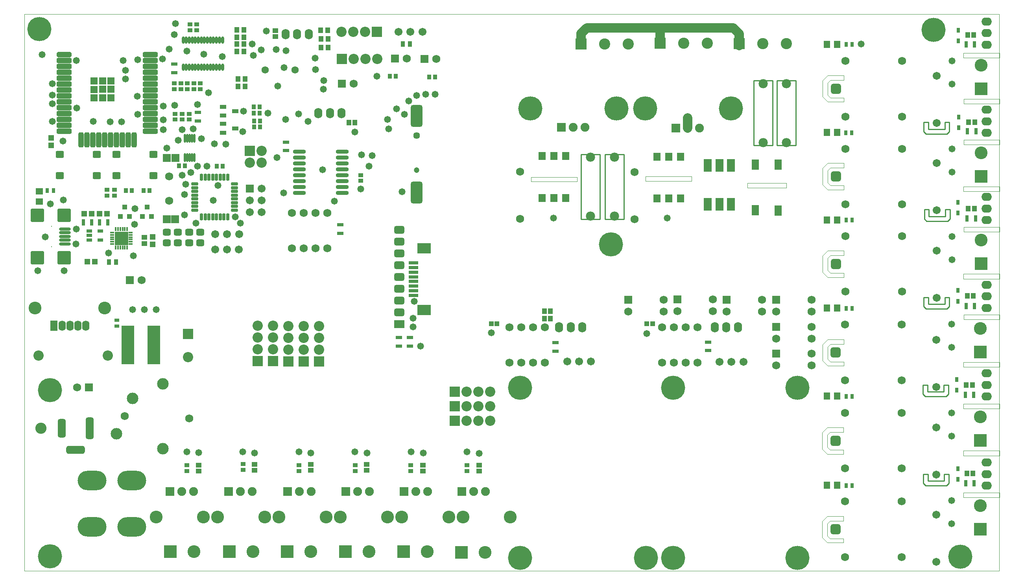
<source format=gts>
G04*
G04 #@! TF.GenerationSoftware,Altium Limited,CircuitMaker,2.2.1 (2.2.1.6)*
G04*
G04 Layer_Color=20142*
%FSLAX24Y24*%
%MOIN*%
G70*
G04*
G04 #@! TF.SameCoordinates,A2895FC5-3AE1-40D1-BB98-85C0BD90A9E4*
G04*
G04*
G04 #@! TF.FilePolarity,Negative*
G04*
G01*
G75*
%ADD10C,0.0100*%
%ADD20C,0.0600*%
%ADD23C,0.0010*%
%ADD24C,0.0001*%
%ADD25R,0.0592X0.0671*%
%ADD26R,0.0415X0.0356*%
G04:AMPARAMS|DCode=27|XSize=69mil|YSize=59.2mil|CornerRadius=10.4mil|HoleSize=0mil|Usage=FLASHONLY|Rotation=180.000|XOffset=0mil|YOffset=0mil|HoleType=Round|Shape=RoundedRectangle|*
%AMROUNDEDRECTD27*
21,1,0.0690,0.0384,0,0,180.0*
21,1,0.0482,0.0592,0,0,180.0*
1,1,0.0208,-0.0241,0.0192*
1,1,0.0208,0.0241,0.0192*
1,1,0.0208,0.0241,-0.0192*
1,1,0.0208,-0.0241,-0.0192*
%
%ADD27ROUNDEDRECTD27*%
%ADD28R,0.0474X0.0454*%
%ADD29O,0.0356X0.0159*%
%ADD30O,0.0159X0.0356*%
%ADD31R,0.1135X0.1135*%
%ADD32R,0.0572X0.0316*%
%ADD33R,0.0533X0.0592*%
%ADD34R,0.0316X0.0395*%
%ADD35R,0.0316X0.0572*%
%ADD36R,0.0277X0.0415*%
%ADD37R,0.0434X0.0474*%
%ADD38R,0.0828X0.0316*%
%ADD39R,0.1182X0.0907*%
%ADD40R,0.0395X0.0434*%
%ADD41R,0.0474X0.0434*%
G04:AMPARAMS|DCode=42|XSize=43.4mil|YSize=128.7mil|CornerRadius=12.9mil|HoleSize=0mil|Usage=FLASHONLY|Rotation=0.000|XOffset=0mil|YOffset=0mil|HoleType=Round|Shape=RoundedRectangle|*
%AMROUNDEDRECTD42*
21,1,0.0434,0.1030,0,0,0.0*
21,1,0.0177,0.1287,0,0,0.0*
1,1,0.0257,0.0089,-0.0515*
1,1,0.0257,-0.0089,-0.0515*
1,1,0.0257,-0.0089,0.0515*
1,1,0.0257,0.0089,0.0515*
%
%ADD42ROUNDEDRECTD42*%
G04:AMPARAMS|DCode=43|XSize=43.4mil|YSize=128.7mil|CornerRadius=12.9mil|HoleSize=0mil|Usage=FLASHONLY|Rotation=90.000|XOffset=0mil|YOffset=0mil|HoleType=Round|Shape=RoundedRectangle|*
%AMROUNDEDRECTD43*
21,1,0.0434,0.1030,0,0,90.0*
21,1,0.0177,0.1287,0,0,90.0*
1,1,0.0257,0.0515,0.0089*
1,1,0.0257,0.0515,-0.0089*
1,1,0.0257,-0.0515,-0.0089*
1,1,0.0257,-0.0515,0.0089*
%
%ADD43ROUNDEDRECTD43*%
G04:AMPARAMS|DCode=44|XSize=43.4mil|YSize=128.7mil|CornerRadius=0mil|HoleSize=0mil|Usage=FLASHONLY|Rotation=90.000|XOffset=0mil|YOffset=0mil|HoleType=Round|Shape=Octagon|*
%AMOCTAGOND44*
4,1,8,-0.0644,-0.0109,-0.0644,0.0109,-0.0535,0.0217,0.0535,0.0217,0.0644,0.0109,0.0644,-0.0109,0.0535,-0.0217,-0.0535,-0.0217,-0.0644,-0.0109,0.0*
%
%ADD44OCTAGOND44*%

%ADD45R,0.0604X0.0604*%
%ADD46O,0.1104X0.0356*%
%ADD47R,0.0356X0.0415*%
%ADD48R,0.0454X0.0474*%
%ADD49R,0.0454X0.0395*%
%ADD50R,0.0592X0.0533*%
G04:AMPARAMS|DCode=51|XSize=114.3mil|YSize=114.3mil|CornerRadius=12mil|HoleSize=0mil|Usage=FLASHONLY|Rotation=90.000|XOffset=0mil|YOffset=0mil|HoleType=Round|Shape=RoundedRectangle|*
%AMROUNDEDRECTD51*
21,1,0.1143,0.0904,0,0,90.0*
21,1,0.0904,0.1143,0,0,90.0*
1,1,0.0239,0.0452,0.0452*
1,1,0.0239,0.0452,-0.0452*
1,1,0.0239,-0.0452,-0.0452*
1,1,0.0239,-0.0452,0.0452*
%
%ADD51ROUNDEDRECTD51*%
%ADD52O,0.0986X0.0277*%
%ADD53R,0.0380X0.0480*%
%ADD54R,0.0480X0.0300*%
%ADD55R,0.0395X0.0434*%
%ADD56R,0.0631X0.0860*%
%ADD57O,0.0237X0.0611*%
%ADD58R,0.0395X0.0474*%
%ADD59R,0.1104X0.3308*%
G04:AMPARAMS|DCode=60|XSize=98.6mil|YSize=185.2mil|CornerRadius=17.6mil|HoleSize=0mil|Usage=FLASHONLY|Rotation=180.000|XOffset=0mil|YOffset=0mil|HoleType=Round|Shape=RoundedRectangle|*
%AMROUNDEDRECTD60*
21,1,0.0986,0.1500,0,0,180.0*
21,1,0.0634,0.1852,0,0,180.0*
1,1,0.0352,-0.0317,0.0750*
1,1,0.0352,0.0317,0.0750*
1,1,0.0352,0.0317,-0.0750*
1,1,0.0352,-0.0317,-0.0750*
%
%ADD60ROUNDEDRECTD60*%
%ADD61R,0.0395X0.0316*%
%ADD62R,0.0671X0.0690*%
%ADD63R,0.0552X0.0336*%
%ADD64O,0.0198X0.0749*%
G04:AMPARAMS|DCode=65|XSize=28mil|YSize=58mil|CornerRadius=9mil|HoleSize=0mil|Usage=FLASHONLY|Rotation=0.000|XOffset=0mil|YOffset=0mil|HoleType=Round|Shape=RoundedRectangle|*
%AMROUNDEDRECTD65*
21,1,0.0280,0.0400,0,0,0.0*
21,1,0.0100,0.0580,0,0,0.0*
1,1,0.0180,0.0050,-0.0200*
1,1,0.0180,-0.0050,-0.0200*
1,1,0.0180,-0.0050,0.0200*
1,1,0.0180,0.0050,0.0200*
%
%ADD65ROUNDEDRECTD65*%
G04:AMPARAMS|DCode=66|XSize=58mil|YSize=28mil|CornerRadius=9mil|HoleSize=0mil|Usage=FLASHONLY|Rotation=0.000|XOffset=0mil|YOffset=0mil|HoleType=Round|Shape=RoundedRectangle|*
%AMROUNDEDRECTD66*
21,1,0.0580,0.0100,0,0,0.0*
21,1,0.0400,0.0280,0,0,0.0*
1,1,0.0180,0.0200,-0.0050*
1,1,0.0180,-0.0200,-0.0050*
1,1,0.0180,-0.0200,0.0050*
1,1,0.0180,0.0200,0.0050*
%
%ADD66ROUNDEDRECTD66*%
G04:AMPARAMS|DCode=67|XSize=69mil|YSize=59.2mil|CornerRadius=16.8mil|HoleSize=0mil|Usage=FLASHONLY|Rotation=180.000|XOffset=0mil|YOffset=0mil|HoleType=Round|Shape=RoundedRectangle|*
%AMROUNDEDRECTD67*
21,1,0.0690,0.0256,0,0,180.0*
21,1,0.0354,0.0592,0,0,180.0*
1,1,0.0336,-0.0177,0.0128*
1,1,0.0336,0.0177,0.0128*
1,1,0.0336,0.0177,-0.0128*
1,1,0.0336,-0.0177,-0.0128*
%
%ADD67ROUNDEDRECTD67*%
%ADD68C,0.0800*%
%ADD69R,0.0709X0.1102*%
%ADD70C,0.0680*%
G04:AMPARAMS|DCode=71|XSize=88mil|YSize=88mil|CornerRadius=24mil|HoleSize=0mil|Usage=FLASHONLY|Rotation=0.000|XOffset=0mil|YOffset=0mil|HoleType=Round|Shape=RoundedRectangle|*
%AMROUNDEDRECTD71*
21,1,0.0880,0.0400,0,0,0.0*
21,1,0.0400,0.0880,0,0,0.0*
1,1,0.0480,0.0200,-0.0200*
1,1,0.0480,-0.0200,-0.0200*
1,1,0.0480,-0.0200,0.0200*
1,1,0.0480,0.0200,0.0200*
%
%ADD71ROUNDEDRECTD71*%
%ADD72C,0.1080*%
%ADD73R,0.1080X0.1080*%
%ADD74O,0.0880X0.0680*%
%ADD75R,0.0867X0.0867*%
%ADD76C,0.0867*%
%ADD77C,0.0580*%
%ADD78C,0.0671*%
%ADD79R,0.0680X0.0680*%
%ADD80C,0.0780*%
%ADD81O,0.0680X0.0880*%
%ADD82C,0.0946*%
%ADD83R,0.0946X0.0946*%
%ADD84C,0.0749*%
%ADD85R,0.0749X0.0749*%
%ADD86C,0.0079*%
G04:AMPARAMS|DCode=87|XSize=68mil|YSize=88mil|CornerRadius=19mil|HoleSize=0mil|Usage=FLASHONLY|Rotation=90.000|XOffset=0mil|YOffset=0mil|HoleType=Round|Shape=RoundedRectangle|*
%AMROUNDEDRECTD87*
21,1,0.0680,0.0500,0,0,90.0*
21,1,0.0300,0.0880,0,0,90.0*
1,1,0.0380,0.0250,0.0150*
1,1,0.0380,0.0250,-0.0150*
1,1,0.0380,-0.0250,-0.0150*
1,1,0.0380,-0.0250,0.0150*
%
%ADD87ROUNDEDRECTD87*%
%ADD88R,0.0880X0.0680*%
%ADD89O,0.2442X0.1655*%
%ADD90C,0.0640*%
%ADD91R,0.0640X0.0640*%
%ADD92C,0.0980*%
%ADD93C,0.0472*%
%ADD94C,0.0571*%
%ADD95R,0.0867X0.0867*%
%ADD96O,0.0631X0.0867*%
%ADD97R,0.0631X0.0867*%
%ADD98R,0.1080X0.1080*%
%ADD99C,0.0620*%
%ADD100C,0.0950*%
G04:AMPARAMS|DCode=101|XSize=157.6mil|YSize=68mil|CornerRadius=19mil|HoleSize=0mil|Usage=FLASHONLY|Rotation=180.000|XOffset=0mil|YOffset=0mil|HoleType=Round|Shape=RoundedRectangle|*
%AMROUNDEDRECTD101*
21,1,0.1576,0.0300,0,0,180.0*
21,1,0.1196,0.0680,0,0,180.0*
1,1,0.0380,-0.0598,0.0150*
1,1,0.0380,0.0598,0.0150*
1,1,0.0380,0.0598,-0.0150*
1,1,0.0380,-0.0598,-0.0150*
%
%ADD101ROUNDEDRECTD101*%
G04:AMPARAMS|DCode=102|XSize=157.6mil|YSize=68mil|CornerRadius=19mil|HoleSize=0mil|Usage=FLASHONLY|Rotation=90.000|XOffset=0mil|YOffset=0mil|HoleType=Round|Shape=RoundedRectangle|*
%AMROUNDEDRECTD102*
21,1,0.1576,0.0300,0,0,90.0*
21,1,0.1196,0.0680,0,0,90.0*
1,1,0.0380,0.0150,0.0598*
1,1,0.0380,0.0150,-0.0598*
1,1,0.0380,-0.0150,-0.0598*
1,1,0.0380,-0.0150,0.0598*
%
%ADD102ROUNDEDRECTD102*%
G04:AMPARAMS|DCode=103|XSize=185.2mil|YSize=68mil|CornerRadius=19mil|HoleSize=0mil|Usage=FLASHONLY|Rotation=90.000|XOffset=0mil|YOffset=0mil|HoleType=Round|Shape=RoundedRectangle|*
%AMROUNDEDRECTD103*
21,1,0.1852,0.0300,0,0,90.0*
21,1,0.1472,0.0680,0,0,90.0*
1,1,0.0380,0.0150,0.0736*
1,1,0.0380,0.0150,-0.0736*
1,1,0.0380,-0.0150,-0.0736*
1,1,0.0380,-0.0150,0.0736*
%
%ADD103ROUNDEDRECTD103*%
%ADD104R,0.0671X0.0671*%
%ADD105C,0.0277*%
%ADD106C,0.2049*%
D10*
X73255Y46108D02*
Y51608D01*
Y46108D02*
X74855D01*
Y51608D01*
X73255D02*
X74855D01*
X71287Y46108D02*
Y51608D01*
Y46108D02*
X72887D01*
Y51608D01*
X71287D02*
X72887D01*
X58259Y39853D02*
Y45353D01*
X56659D02*
X58259D01*
X56659Y39853D02*
Y45353D01*
Y39853D02*
X58259D01*
X60309D02*
Y45353D01*
X58709D02*
X60309D01*
X58709Y39853D02*
Y45353D01*
Y39853D02*
X60309D01*
X87677Y32244D02*
X87874Y32441D01*
Y33228D01*
X87480Y32638D02*
Y33228D01*
X85906Y32244D02*
X87677D01*
X86102Y32638D02*
X87480D01*
X86102Y47480D02*
Y48071D01*
X87677Y47087D02*
X87874Y47283D01*
Y48071D01*
X87480Y47480D02*
Y48071D01*
X85709Y47283D02*
Y48071D01*
Y47283D02*
X85906Y47087D01*
X86102Y47480D02*
X87480D01*
X85906Y47087D02*
X87677D01*
X85709Y48071D02*
X86102D01*
X87480D02*
X87874D01*
X86142Y40079D02*
Y40669D01*
X87717Y39685D02*
X87913Y39882D01*
Y40669D01*
X87520Y40079D02*
Y40669D01*
X85748Y39882D02*
Y40669D01*
Y39882D02*
X85945Y39685D01*
X86142Y40079D02*
X87520D01*
X85945Y39685D02*
X87717D01*
X85748Y40669D02*
X86142D01*
X87520D02*
X87913D01*
X86102Y32638D02*
Y33228D01*
X85709Y32441D02*
Y33228D01*
Y32441D02*
X85906Y32244D01*
X85709Y33228D02*
X86102D01*
X87480D02*
X87874D01*
X86063Y17638D02*
Y18228D01*
X87638Y17244D02*
X87835Y17441D01*
Y18228D01*
X87441Y17638D02*
Y18228D01*
X85669Y17441D02*
Y18228D01*
Y17441D02*
X85866Y17244D01*
X86063Y17638D02*
X87441D01*
X85866Y17244D02*
X87638D01*
X85669Y18228D02*
X86063D01*
X87441D02*
X87835D01*
X87795Y25787D02*
X87795Y25787D01*
X87402Y25787D02*
X87795D01*
X86024Y25197D02*
Y25787D01*
X87598Y24803D02*
X87795Y25000D01*
Y25787D01*
X87402Y25197D02*
Y25787D01*
X85630D02*
X86024D01*
X85630Y25000D02*
Y25787D01*
Y25000D02*
X85827Y24803D01*
X86024Y25197D02*
X87402D01*
X85827Y24803D02*
X87598D01*
D20*
X65702Y48443D02*
X65702Y48443D01*
D23*
X92087Y10006D02*
Y57250D01*
X42047Y10000D02*
X92087D01*
X9500Y57250D02*
X92087D01*
X9500Y10000D02*
Y57250D01*
Y10000D02*
Y57250D01*
Y10000D02*
X42900D01*
X77559Y52047D02*
X78937D01*
X77126Y51614D02*
X77559Y52047D01*
X77126Y50236D02*
Y51614D01*
Y50236D02*
X77559Y49803D01*
X78937D01*
Y50157D01*
X77795D02*
X78937D01*
X77559Y50394D02*
X77795Y50157D01*
X77559Y50394D02*
Y51417D01*
X77795Y51654D01*
X78937D01*
Y52047D01*
X77559Y44606D02*
X78937D01*
X77126Y44173D02*
X77559Y44606D01*
X77126Y42795D02*
Y44173D01*
Y42795D02*
X77559Y42362D01*
X78937D01*
Y42717D01*
X77795D02*
X78937D01*
X77559Y42953D02*
X77795Y42717D01*
X77559Y42953D02*
Y43976D01*
X77795Y44213D01*
X78937D01*
Y44606D01*
X77559Y37165D02*
X78937D01*
X77126Y36732D02*
X77559Y37165D01*
X77126Y35354D02*
Y36732D01*
Y35354D02*
X77559Y34921D01*
X78937D01*
Y35276D01*
X77795D02*
X78937D01*
X77559Y35512D02*
X77795Y35276D01*
X77559Y35512D02*
Y36535D01*
X77795Y36772D01*
X78937D01*
Y37165D01*
X77559Y29646D02*
X78937D01*
X77126Y29213D02*
X77559Y29646D01*
X77126Y27835D02*
Y29213D01*
Y27835D02*
X77559Y27402D01*
X78937D01*
Y27756D01*
X77795D02*
X78937D01*
X77559Y27992D02*
X77795Y27756D01*
X77559Y27992D02*
Y29016D01*
X77795Y29252D01*
X78937D01*
Y29646D01*
X77520Y14646D02*
X78898D01*
X77087Y14213D02*
X77520Y14646D01*
X77087Y12835D02*
Y14213D01*
Y12835D02*
X77520Y12402D01*
X78898D01*
Y12756D01*
X77756D02*
X78898D01*
X77520Y12992D02*
X77756Y12756D01*
X77520Y12992D02*
Y14016D01*
X77756Y14252D01*
X78898D01*
Y14646D01*
Y21772D02*
Y22165D01*
X77756Y21772D02*
X78898D01*
X77520Y21535D02*
X77756Y21772D01*
X77520Y20512D02*
Y21535D01*
Y20512D02*
X77756Y20276D01*
X78898D01*
Y19921D02*
Y20276D01*
X77520Y19921D02*
X78898D01*
X77087Y20354D02*
X77520Y19921D01*
X77087Y20354D02*
Y21732D01*
X77520Y22165D01*
X78898D01*
D24*
X92126Y16246D02*
Y16654D01*
X90412Y27723D02*
X92126D01*
X89062Y27316D02*
X92126D01*
Y27723D01*
X90448Y31746D02*
X92126D01*
X89098Y31339D02*
X92126D01*
Y31654D02*
Y31755D01*
Y31348D02*
Y31450D01*
Y35118D02*
Y35220D01*
Y34813D02*
Y34914D01*
Y39094D02*
Y39196D01*
Y38789D02*
Y38891D01*
Y39094D01*
Y42198D02*
Y42605D01*
X89062Y42198D02*
X92126D01*
X89098Y49646D02*
Y50053D01*
X92126Y49646D02*
Y50053D01*
X90448D02*
X92126D01*
X89098D02*
X90448D01*
X89098Y49646D02*
X92126D01*
X90448Y46589D02*
X92126D01*
X89098Y46181D02*
X92126D01*
Y46589D01*
Y19813D02*
Y19914D01*
Y20118D02*
Y20220D01*
Y19914D02*
Y20118D01*
X90412Y20204D02*
X92126D01*
X89055Y19796D02*
X92126D01*
X89062Y16246D02*
Y16654D01*
X90412D01*
X89062Y16246D02*
X92126D01*
X90412Y16654D02*
X92126D01*
X89055Y19796D02*
Y20204D01*
X90412D01*
X89062Y23773D02*
Y24180D01*
X92126Y23773D02*
Y24180D01*
X89062D02*
X90412D01*
X89062Y23773D02*
X92126D01*
X90412Y24180D02*
X92126D01*
X89062Y27316D02*
Y27723D01*
X90412D01*
X89098Y31339D02*
Y31746D01*
X92126Y31450D02*
Y31654D01*
X89098Y31746D02*
X90448D01*
X89062Y34796D02*
Y35204D01*
X92126Y34914D02*
Y35118D01*
X89062Y35204D02*
X90412D01*
X89062Y34796D02*
X92126D01*
X90412Y35204D02*
X92126D01*
X89102Y38773D02*
Y39180D01*
X90452D01*
X89102Y38773D02*
X92126D01*
X90452Y39180D02*
X92126D01*
X89062Y42198D02*
Y42605D01*
X90412D01*
X92126D01*
X89098Y46181D02*
Y46589D01*
X90448D01*
X89055Y53536D02*
Y53944D01*
X92126Y53536D02*
Y53944D01*
X89055D02*
X90405D01*
X89055Y53536D02*
X92126D01*
X90405Y53944D02*
X92126D01*
X72102Y42927D02*
X74052D01*
X70752Y42520D02*
X74052D01*
X70752Y42927D02*
X72102D01*
X74052Y42520D02*
Y42927D01*
X70752Y42520D02*
Y42927D01*
X52420Y43032D02*
Y43429D01*
Y43032D02*
X54370D01*
X56320D01*
Y43429D01*
X52420D02*
X56320D01*
X62144Y43072D02*
Y43465D01*
Y43072D02*
X66044D01*
Y43465D01*
X64094D02*
X66044D01*
X62144D02*
X64094D01*
X9500Y10000D02*
Y57250D01*
D25*
X65094Y41614D02*
D03*
X64094D02*
D03*
X63094D02*
D03*
X65094Y45157D02*
D03*
X64094D02*
D03*
X63094D02*
D03*
X53370Y45197D02*
D03*
X54370D02*
D03*
X55370D02*
D03*
X53370Y41654D02*
D03*
X54370D02*
D03*
X55370D02*
D03*
D26*
X17126Y42333D02*
D03*
Y41841D02*
D03*
X28031Y19065D02*
D03*
X32756Y18986D02*
D03*
Y18494D02*
D03*
X37520Y18986D02*
D03*
Y18494D02*
D03*
X47008Y18986D02*
D03*
Y18494D02*
D03*
X42244Y18986D02*
D03*
Y18494D02*
D03*
X23268Y18986D02*
D03*
Y18494D02*
D03*
X28031Y18573D02*
D03*
X16496Y42333D02*
D03*
Y41841D02*
D03*
X23543Y55896D02*
D03*
Y56388D02*
D03*
X24094Y55896D02*
D03*
Y56388D02*
D03*
X37992Y43593D02*
D03*
Y43100D02*
D03*
X23858Y50896D02*
D03*
Y51388D02*
D03*
X23307Y50896D02*
D03*
Y51388D02*
D03*
X22205Y50896D02*
D03*
Y51388D02*
D03*
X22756Y50896D02*
D03*
Y51388D02*
D03*
X24409Y50896D02*
D03*
Y51388D02*
D03*
X22850Y48304D02*
D03*
Y48796D02*
D03*
X22250Y48304D02*
D03*
Y48796D02*
D03*
X23450Y48304D02*
D03*
Y48796D02*
D03*
D27*
X12490Y45335D02*
D03*
X15620D02*
D03*
X12490Y43563D02*
D03*
X15620D02*
D03*
X17293Y45335D02*
D03*
X20423D02*
D03*
X17293Y43563D02*
D03*
X20423D02*
D03*
D28*
X11772Y46732D02*
D03*
Y46102D02*
D03*
X20354Y38346D02*
D03*
Y37717D02*
D03*
D29*
X16929Y38720D02*
D03*
Y38524D02*
D03*
Y38327D02*
D03*
Y38130D02*
D03*
Y37933D02*
D03*
Y37736D02*
D03*
X18504D02*
D03*
Y37933D02*
D03*
Y38130D02*
D03*
Y38327D02*
D03*
Y38524D02*
D03*
Y38720D02*
D03*
D30*
X17224Y37441D02*
D03*
X17421D02*
D03*
X17618D02*
D03*
X17815D02*
D03*
X18012D02*
D03*
X18209D02*
D03*
Y39016D02*
D03*
X18012D02*
D03*
X17815D02*
D03*
X17618D02*
D03*
X17421D02*
D03*
X17224D02*
D03*
D31*
X17717Y38228D02*
D03*
D32*
X31654Y45669D02*
D03*
Y46378D02*
D03*
X42165Y29803D02*
D03*
Y29094D02*
D03*
X41220Y29803D02*
D03*
Y29094D02*
D03*
X67441Y29409D02*
D03*
Y28701D02*
D03*
X54488Y28661D02*
D03*
Y29370D02*
D03*
X36260Y39370D02*
D03*
Y38661D02*
D03*
X24200Y48196D02*
D03*
Y48904D02*
D03*
X22200Y53004D02*
D03*
Y52296D02*
D03*
D33*
X77480Y24843D02*
D03*
X78366D02*
D03*
X77480Y17283D02*
D03*
X78366D02*
D03*
X77480Y54685D02*
D03*
X78366D02*
D03*
X77480Y47205D02*
D03*
X78366D02*
D03*
X77480Y39764D02*
D03*
X78366D02*
D03*
X77480Y32323D02*
D03*
X78366D02*
D03*
D34*
X79626Y24803D02*
D03*
X79114D02*
D03*
X79626Y17244D02*
D03*
X79114D02*
D03*
X79626Y54685D02*
D03*
X79114D02*
D03*
X79606Y47165D02*
D03*
X79094D02*
D03*
X79626Y39764D02*
D03*
X79114D02*
D03*
X79626Y32283D02*
D03*
X79114D02*
D03*
X11437Y42283D02*
D03*
X11949D02*
D03*
D35*
X90000Y54685D02*
D03*
X89291D02*
D03*
X89961Y17441D02*
D03*
X89252D02*
D03*
X89213Y24961D02*
D03*
X89921D02*
D03*
X89409Y47323D02*
D03*
X90118D02*
D03*
X89370Y39921D02*
D03*
X90079D02*
D03*
X89291Y32480D02*
D03*
X90000D02*
D03*
X14488Y39567D02*
D03*
X15197D02*
D03*
X16575D02*
D03*
X15866D02*
D03*
D36*
X88504Y26240D02*
D03*
Y25335D02*
D03*
X88661Y48524D02*
D03*
Y47618D02*
D03*
X88622Y55886D02*
D03*
Y54980D02*
D03*
X88583Y17776D02*
D03*
Y18681D02*
D03*
X88583Y32894D02*
D03*
Y33799D02*
D03*
X88583Y40374D02*
D03*
Y41280D02*
D03*
D37*
X89311Y25787D02*
D03*
X89823D02*
D03*
X89508Y48071D02*
D03*
X90020D02*
D03*
X89429Y55472D02*
D03*
X89941D02*
D03*
X89862Y18268D02*
D03*
X89350D02*
D03*
X89902Y33346D02*
D03*
X89390D02*
D03*
X89980Y40748D02*
D03*
X89468D02*
D03*
X53563Y32047D02*
D03*
X54075D02*
D03*
X53563Y31417D02*
D03*
X54075D02*
D03*
X37500Y48032D02*
D03*
X36988D02*
D03*
D38*
X42451Y35354D02*
D03*
Y34961D02*
D03*
Y34567D02*
D03*
Y33780D02*
D03*
Y36142D02*
D03*
Y33386D02*
D03*
Y35748D02*
D03*
Y34173D02*
D03*
D39*
X43376Y32146D02*
D03*
Y37382D02*
D03*
D40*
X62244Y30984D02*
D03*
X62717D02*
D03*
X49055Y30984D02*
D03*
X49528D02*
D03*
D41*
X30748Y55335D02*
D03*
Y55846D02*
D03*
X19646Y37766D02*
D03*
Y38297D02*
D03*
D42*
X18799Y46575D02*
D03*
X18299D02*
D03*
X17799D02*
D03*
X17299D02*
D03*
X16799D02*
D03*
X16299D02*
D03*
X15799D02*
D03*
X15295D02*
D03*
X14799D02*
D03*
X14299D02*
D03*
D43*
X20162Y47319D02*
D03*
Y47818D02*
D03*
Y48319D02*
D03*
Y48818D02*
D03*
Y49318D02*
D03*
Y49819D02*
D03*
Y50318D02*
D03*
Y50819D02*
D03*
Y51318D02*
D03*
Y51818D02*
D03*
Y52319D02*
D03*
Y52818D02*
D03*
Y53319D02*
D03*
Y53818D02*
D03*
X12869Y50318D02*
D03*
Y51318D02*
D03*
Y51818D02*
D03*
Y52818D02*
D03*
Y47319D02*
D03*
Y47818D02*
D03*
Y48818D02*
D03*
Y53319D02*
D03*
Y52319D02*
D03*
Y50819D02*
D03*
Y49819D02*
D03*
Y49318D02*
D03*
Y48319D02*
D03*
D44*
Y53818D02*
D03*
D45*
X16122Y50866D02*
D03*
Y51588D02*
D03*
X15400D02*
D03*
X16844Y50866D02*
D03*
Y51588D02*
D03*
X15400Y50862D02*
D03*
X16122Y50143D02*
D03*
X16844D02*
D03*
X15400D02*
D03*
D46*
X36417Y42079D02*
D03*
Y42579D02*
D03*
Y43079D02*
D03*
Y43579D02*
D03*
Y44079D02*
D03*
Y44579D02*
D03*
Y45079D02*
D03*
Y45579D02*
D03*
X32795Y42079D02*
D03*
Y42579D02*
D03*
Y43079D02*
D03*
Y43579D02*
D03*
Y44079D02*
D03*
Y44579D02*
D03*
Y45079D02*
D03*
Y45579D02*
D03*
D47*
X29459Y48189D02*
D03*
X28967D02*
D03*
X29449Y47677D02*
D03*
X28957D02*
D03*
X18593Y42283D02*
D03*
X18100D02*
D03*
X19596D02*
D03*
X20089D02*
D03*
X25804Y44350D02*
D03*
X26296D02*
D03*
X28937Y48858D02*
D03*
X29429D02*
D03*
X28937Y49370D02*
D03*
X29429D02*
D03*
X43809Y51929D02*
D03*
X44301D02*
D03*
X22589Y44370D02*
D03*
X23081D02*
D03*
X40463Y51968D02*
D03*
X40955D02*
D03*
D48*
X16496Y40315D02*
D03*
X15866D02*
D03*
X14843Y36260D02*
D03*
X15472D02*
D03*
X15197Y40315D02*
D03*
X14567D02*
D03*
D49*
X29000Y19046D02*
D03*
Y18554D02*
D03*
X33750Y19046D02*
D03*
Y18554D02*
D03*
X38500Y19046D02*
D03*
Y18554D02*
D03*
X48032Y18986D02*
D03*
Y18494D02*
D03*
X43268Y18986D02*
D03*
Y18494D02*
D03*
X24252D02*
D03*
Y18986D02*
D03*
D50*
X10748Y42224D02*
D03*
Y41339D02*
D03*
D51*
X10610Y40177D02*
D03*
Y36594D02*
D03*
X12854D02*
D03*
Y40177D02*
D03*
D52*
X12913Y39016D02*
D03*
Y38701D02*
D03*
Y37756D02*
D03*
Y38071D02*
D03*
Y38386D02*
D03*
D53*
X16668Y36220D02*
D03*
X17269D02*
D03*
X41550Y54700D02*
D03*
X42150D02*
D03*
D54*
X15000Y38839D02*
D03*
Y38465D02*
D03*
Y38091D02*
D03*
X15945D02*
D03*
Y38839D02*
D03*
D55*
X17638Y40079D02*
D03*
X18386D02*
D03*
X18012Y40866D02*
D03*
X19508Y40079D02*
D03*
X20256D02*
D03*
X19882Y40866D02*
D03*
D56*
X73377Y40588D02*
D03*
X71417Y44488D02*
D03*
X73377D02*
D03*
X71417Y40598D02*
D03*
D57*
X26280Y55039D02*
D03*
X26024D02*
D03*
X25768D02*
D03*
X25512D02*
D03*
X25256D02*
D03*
X25000D02*
D03*
X24744D02*
D03*
X24488D02*
D03*
X24232D02*
D03*
X23976D02*
D03*
X23720D02*
D03*
X23465D02*
D03*
X23209D02*
D03*
X22953D02*
D03*
X26280Y52736D02*
D03*
X26024D02*
D03*
X25768D02*
D03*
X25512D02*
D03*
X25256D02*
D03*
X25000D02*
D03*
X24744D02*
D03*
X24488D02*
D03*
X24232D02*
D03*
X23976D02*
D03*
X23720D02*
D03*
X23465D02*
D03*
X23209D02*
D03*
X22953D02*
D03*
D58*
X27605Y51750D02*
D03*
X28195D02*
D03*
X27500Y54094D02*
D03*
X28091D02*
D03*
X27505Y54700D02*
D03*
X28095D02*
D03*
X27500Y55276D02*
D03*
X28091D02*
D03*
X27605Y51100D02*
D03*
X28195D02*
D03*
X27505Y55900D02*
D03*
X28095D02*
D03*
X34606Y55866D02*
D03*
X35197D02*
D03*
X34626Y54409D02*
D03*
X35217D02*
D03*
X34626Y55157D02*
D03*
X35217D02*
D03*
D59*
X18268Y29173D02*
D03*
X20472D02*
D03*
D60*
X42717Y42116D02*
D03*
Y48622D02*
D03*
D61*
X17323Y30768D02*
D03*
Y31280D02*
D03*
D62*
X21575Y45039D02*
D03*
X22283D02*
D03*
X21546Y39850D02*
D03*
X22254D02*
D03*
D63*
X27362Y49016D02*
D03*
X26339Y48642D02*
D03*
Y49390D02*
D03*
X27362Y47559D02*
D03*
X26339Y47185D02*
D03*
Y47933D02*
D03*
D64*
X23894Y46707D02*
D03*
X23697D02*
D03*
X23500D02*
D03*
X23303D02*
D03*
X23106D02*
D03*
X23894Y45093D02*
D03*
X23697D02*
D03*
X23500D02*
D03*
X23303D02*
D03*
X23106D02*
D03*
D65*
X24508Y43412D02*
D03*
X24823D02*
D03*
X25138D02*
D03*
X25453D02*
D03*
X25770D02*
D03*
X26090D02*
D03*
X26410D02*
D03*
X26730D02*
D03*
Y40032D02*
D03*
X26410D02*
D03*
X26090D02*
D03*
X25770D02*
D03*
X25453D02*
D03*
X25138D02*
D03*
X24823D02*
D03*
X24508D02*
D03*
D66*
X27300Y42832D02*
D03*
Y42512D02*
D03*
Y42202D02*
D03*
Y41882D02*
D03*
Y41565D02*
D03*
Y41250D02*
D03*
Y40935D02*
D03*
Y40612D02*
D03*
X23920Y40620D02*
D03*
Y40935D02*
D03*
Y41250D02*
D03*
Y41565D02*
D03*
Y41882D02*
D03*
Y42202D02*
D03*
Y42512D02*
D03*
Y42832D02*
D03*
D67*
X21553Y37858D02*
D03*
Y38758D02*
D03*
X22503Y37858D02*
D03*
Y38758D02*
D03*
X24403Y37858D02*
D03*
Y38758D02*
D03*
X23453Y37858D02*
D03*
Y38758D02*
D03*
D68*
X57156Y56093D02*
X63307D01*
X56661Y55598D02*
X57156Y56093D01*
X56661Y54724D02*
Y55598D01*
X70052Y54743D02*
Y55593D01*
Y54593D02*
Y54743D01*
X63346Y54764D02*
Y56053D01*
X63307Y56093D02*
X63346Y56053D01*
X63307Y56093D02*
X69552D01*
X70052Y55593D01*
X65702Y47593D02*
Y48443D01*
D69*
X67402Y44409D02*
D03*
X69370Y41102D02*
D03*
X68386D02*
D03*
X67402D02*
D03*
X69370Y44409D02*
D03*
X68386D02*
D03*
D70*
X83858Y38425D02*
D03*
Y33701D02*
D03*
X79055D02*
D03*
Y38425D02*
D03*
X79016Y30906D02*
D03*
Y26181D02*
D03*
X83819D02*
D03*
Y30906D02*
D03*
X83858Y45827D02*
D03*
Y41102D02*
D03*
X79055D02*
D03*
Y45827D02*
D03*
X35173Y37394D02*
D03*
X34173D02*
D03*
X33173D02*
D03*
X32173D02*
D03*
X35173Y40394D02*
D03*
X34173D02*
D03*
X33173D02*
D03*
X32173D02*
D03*
X66513Y27673D02*
D03*
X65513D02*
D03*
X64513D02*
D03*
X63513D02*
D03*
X66513Y30673D02*
D03*
X65513D02*
D03*
X64513D02*
D03*
X63513D02*
D03*
X83819Y23425D02*
D03*
Y18701D02*
D03*
X79016D02*
D03*
Y23425D02*
D03*
X83858Y53268D02*
D03*
Y48543D02*
D03*
X79055D02*
D03*
Y53268D02*
D03*
X13961Y25591D02*
D03*
X21772Y41417D02*
D03*
Y43496D02*
D03*
X83819Y15906D02*
D03*
Y11181D02*
D03*
X79016D02*
D03*
Y15906D02*
D03*
X67839Y33059D02*
D03*
Y32059D02*
D03*
X64839D02*
D03*
X73181Y29724D02*
D03*
X76181D02*
D03*
Y30724D02*
D03*
X73185Y27453D02*
D03*
X76185D02*
D03*
Y28453D02*
D03*
X69012Y32020D02*
D03*
X72012D02*
D03*
Y33020D02*
D03*
X73185Y32020D02*
D03*
X76185D02*
D03*
Y33020D02*
D03*
X60665Y32020D02*
D03*
X63665D02*
D03*
Y33020D02*
D03*
X53599Y27673D02*
D03*
X52599D02*
D03*
X51599D02*
D03*
X50599D02*
D03*
X53599Y30673D02*
D03*
X52599D02*
D03*
X51599D02*
D03*
X50599D02*
D03*
X37402Y51339D02*
D03*
X17981Y23146D02*
D03*
X19425Y34685D02*
D03*
X23450Y22950D02*
D03*
X51496Y43882D02*
D03*
Y39882D02*
D03*
X61209Y39853D02*
D03*
Y43853D02*
D03*
X44400Y53450D02*
D03*
X41906Y53465D02*
D03*
D71*
X78268Y36063D02*
D03*
X78228Y28543D02*
D03*
X78268Y43465D02*
D03*
X78228Y21063D02*
D03*
X78268Y50906D02*
D03*
X78228Y13543D02*
D03*
D72*
X90512Y23071D02*
D03*
Y30583D02*
D03*
Y15551D02*
D03*
X90551Y38071D02*
D03*
Y45472D02*
D03*
Y52913D02*
D03*
X24669Y14567D02*
D03*
X23850Y11650D02*
D03*
X29866Y14567D02*
D03*
X28850Y11650D02*
D03*
X35063Y14567D02*
D03*
X33772Y11654D02*
D03*
X40260Y14567D02*
D03*
X38693Y11654D02*
D03*
X45457Y14567D02*
D03*
X43614Y11654D02*
D03*
X50654Y14567D02*
D03*
X48535Y11575D02*
D03*
X41457Y14567D02*
D03*
X20669D02*
D03*
X25866D02*
D03*
X46654D02*
D03*
X36260D02*
D03*
X31063D02*
D03*
X10400Y32300D02*
D03*
X16300D02*
D03*
D73*
X90512Y21071D02*
D03*
Y28583D02*
D03*
Y13551D02*
D03*
X90551Y36071D02*
D03*
Y43472D02*
D03*
Y50913D02*
D03*
D74*
X91024Y56614D02*
D03*
Y55630D02*
D03*
Y54646D02*
D03*
Y26772D02*
D03*
Y25787D02*
D03*
Y24803D02*
D03*
Y49134D02*
D03*
Y48150D02*
D03*
Y47165D02*
D03*
Y32323D02*
D03*
Y33307D02*
D03*
Y34291D02*
D03*
X91024Y17244D02*
D03*
Y18228D02*
D03*
Y19213D02*
D03*
X91024Y39764D02*
D03*
Y40748D02*
D03*
Y41732D02*
D03*
D75*
X45953Y25197D02*
D03*
Y23976D02*
D03*
Y22756D02*
D03*
X39350Y55750D02*
D03*
X36400Y53450D02*
D03*
X28600Y45650D02*
D03*
D76*
X46953Y25197D02*
D03*
X47953D02*
D03*
X48953D02*
D03*
X46953Y23976D02*
D03*
X47953D02*
D03*
X48953D02*
D03*
X46953Y22756D02*
D03*
X47953D02*
D03*
X48953D02*
D03*
X16559Y28268D02*
D03*
X10709D02*
D03*
X23346Y28150D02*
D03*
X38350Y55750D02*
D03*
X37350D02*
D03*
X36350D02*
D03*
X37400Y53450D02*
D03*
X38400D02*
D03*
X39400D02*
D03*
X29600Y44650D02*
D03*
X28600D02*
D03*
X29600Y45650D02*
D03*
X31850Y30787D02*
D03*
Y29787D02*
D03*
Y28787D02*
D03*
X33150Y30787D02*
D03*
Y29787D02*
D03*
Y28787D02*
D03*
X30550Y30800D02*
D03*
Y29800D02*
D03*
Y28800D02*
D03*
X29250Y30800D02*
D03*
Y29800D02*
D03*
Y28800D02*
D03*
X34450Y30787D02*
D03*
Y29787D02*
D03*
Y28787D02*
D03*
D77*
X88071Y30945D02*
D03*
Y28976D02*
D03*
X88110Y53268D02*
D03*
Y51299D02*
D03*
X88071Y21457D02*
D03*
Y23425D02*
D03*
Y14016D02*
D03*
Y15984D02*
D03*
X88110Y43858D02*
D03*
Y45827D02*
D03*
Y36417D02*
D03*
Y38386D02*
D03*
X20661Y32165D02*
D03*
X19661D02*
D03*
X18661D02*
D03*
X21772Y54291D02*
D03*
X49055Y30197D02*
D03*
X62244Y30157D02*
D03*
X11693Y41142D02*
D03*
X13937Y49291D02*
D03*
X15315Y48150D02*
D03*
X12756Y46496D02*
D03*
X16614Y36969D02*
D03*
X30906Y45079D02*
D03*
X80394Y54724D02*
D03*
X13858Y37756D02*
D03*
X43071Y29094D02*
D03*
X54331Y39961D02*
D03*
X63976D02*
D03*
X37992Y42402D02*
D03*
X37480Y47244D02*
D03*
X24016Y39528D02*
D03*
X18740Y36732D02*
D03*
X21260Y48268D02*
D03*
Y47441D02*
D03*
X42441Y30709D02*
D03*
Y31457D02*
D03*
X42520Y32874D02*
D03*
X41496Y42165D02*
D03*
X35748Y41378D02*
D03*
X21201Y53445D02*
D03*
X30118Y48858D02*
D03*
X28071Y49016D02*
D03*
X27992Y47283D02*
D03*
X24173Y49567D02*
D03*
X22244Y49528D02*
D03*
X21260Y49449D02*
D03*
X22205Y55512D02*
D03*
X25079Y50591D02*
D03*
X26575Y46220D02*
D03*
X13898Y53307D02*
D03*
X19094Y48740D02*
D03*
X22847Y43583D02*
D03*
X22540Y46535D02*
D03*
X10630Y35472D02*
D03*
X13898Y39016D02*
D03*
X42250Y20100D02*
D03*
X28000D02*
D03*
X47000D02*
D03*
X32750D02*
D03*
X23250D02*
D03*
X12795Y41496D02*
D03*
X12874Y35472D02*
D03*
X39370Y51968D02*
D03*
X24488Y46693D02*
D03*
X33543Y48150D02*
D03*
X32717Y48780D02*
D03*
X31614Y48307D02*
D03*
X28900Y53750D02*
D03*
X34134Y53504D02*
D03*
X11850Y51339D02*
D03*
X11850Y48150D02*
D03*
Y49646D02*
D03*
Y50394D02*
D03*
X11260Y38346D02*
D03*
X29567Y54213D02*
D03*
X30827Y54252D02*
D03*
X31654Y54134D02*
D03*
X19094Y53386D02*
D03*
X30000Y55827D02*
D03*
X10984Y53819D02*
D03*
X34843Y50866D02*
D03*
X19075Y50276D02*
D03*
X18071Y51732D02*
D03*
Y52480D02*
D03*
X17717Y48110D02*
D03*
X16772D02*
D03*
X18819Y39409D02*
D03*
X18858Y40748D02*
D03*
X17874Y53307D02*
D03*
X22283Y56457D02*
D03*
X26260Y53661D02*
D03*
X21575Y45866D02*
D03*
X44291Y50433D02*
D03*
X41043Y49213D02*
D03*
X41693Y48740D02*
D03*
X40276Y48307D02*
D03*
X40354Y47520D02*
D03*
X31457Y42087D02*
D03*
X42047Y49882D02*
D03*
X42717Y50344D02*
D03*
X43504Y50433D02*
D03*
X23800Y47500D02*
D03*
X34850Y51600D02*
D03*
X31511Y52700D02*
D03*
X25600Y46250D02*
D03*
X38950Y45250D02*
D03*
X38050Y45300D02*
D03*
X38700Y44350D02*
D03*
X28800Y54700D02*
D03*
X34150Y52550D02*
D03*
X30950Y51150D02*
D03*
X48029Y19983D02*
D03*
X43290Y20000D02*
D03*
X38525Y20009D02*
D03*
X33750Y20000D02*
D03*
X29000D02*
D03*
X24250Y20050D02*
D03*
X37500Y20100D02*
D03*
X34750Y44050D02*
D03*
X23600Y43800D02*
D03*
X24950Y44350D02*
D03*
X23050Y40200D02*
D03*
X25500Y41450D02*
D03*
X23050Y41950D02*
D03*
X23150Y42800D02*
D03*
X27800Y39500D02*
D03*
X23250Y54100D02*
D03*
X25900Y42700D02*
D03*
X22850Y47450D02*
D03*
X24692Y53850D02*
D03*
X24150Y44350D02*
D03*
X27350Y40050D02*
D03*
D78*
X86772Y29627D02*
D03*
Y25627D02*
D03*
X86811Y52029D02*
D03*
Y48029D02*
D03*
X86811Y33186D02*
D03*
Y37186D02*
D03*
X86811Y40627D02*
D03*
Y44627D02*
D03*
X86772Y18186D02*
D03*
Y22186D02*
D03*
Y10785D02*
D03*
Y14785D02*
D03*
X25669Y38583D02*
D03*
X26677D02*
D03*
X27685D02*
D03*
X25661Y37283D02*
D03*
X26669D02*
D03*
X27677D02*
D03*
X68400Y27750D02*
D03*
X69408D02*
D03*
X70416D02*
D03*
X57500Y27775D02*
D03*
X56492D02*
D03*
X55484D02*
D03*
X43216Y55750D02*
D03*
X42208D02*
D03*
X41200D02*
D03*
X29600Y42450D02*
D03*
X28600Y41450D02*
D03*
X29600D02*
D03*
Y40450D02*
D03*
X28600D02*
D03*
D79*
X14961Y25591D02*
D03*
X64839Y33059D02*
D03*
X73181Y30724D02*
D03*
X73185Y28453D02*
D03*
X69012Y33020D02*
D03*
X73185D02*
D03*
X60665D02*
D03*
X36402Y51339D02*
D03*
X18425Y34685D02*
D03*
X43400Y53450D02*
D03*
X40906Y53465D02*
D03*
D80*
X74055Y51358D02*
D03*
Y46358D02*
D03*
X72087Y51358D02*
D03*
Y46358D02*
D03*
X57459Y40103D02*
D03*
Y45103D02*
D03*
X59509Y40103D02*
D03*
Y45103D02*
D03*
D81*
X54803Y30669D02*
D03*
X55787D02*
D03*
X56772D02*
D03*
X69961D02*
D03*
X68976D02*
D03*
X67992D02*
D03*
X36378Y48858D02*
D03*
X35394D02*
D03*
X34409D02*
D03*
X31614Y55551D02*
D03*
X32598D02*
D03*
X33583D02*
D03*
D82*
X60661Y54724D02*
D03*
X58661D02*
D03*
X67346Y54764D02*
D03*
X65346D02*
D03*
X72052Y54743D02*
D03*
X74052D02*
D03*
D83*
X56661Y54724D02*
D03*
X63346Y54764D02*
D03*
X70052Y54743D02*
D03*
D84*
X23819Y16732D02*
D03*
X28795D02*
D03*
X33811D02*
D03*
X38732D02*
D03*
X43654D02*
D03*
X48575D02*
D03*
X22819D02*
D03*
X27795D02*
D03*
X32811D02*
D03*
X37732D02*
D03*
X42654D02*
D03*
X47575D02*
D03*
X57002Y47643D02*
D03*
X56002D02*
D03*
X65702Y47593D02*
D03*
X66702D02*
D03*
D85*
X21819Y16732D02*
D03*
X26795D02*
D03*
X31811D02*
D03*
X36732D02*
D03*
X41654D02*
D03*
X46575D02*
D03*
X55002Y47643D02*
D03*
X64702Y47593D02*
D03*
D86*
X11811Y39252D02*
D03*
Y37520D02*
D03*
D87*
X41260Y38937D02*
D03*
Y34937D02*
D03*
Y35937D02*
D03*
Y36937D02*
D03*
Y37937D02*
D03*
Y31937D02*
D03*
Y32937D02*
D03*
Y33937D02*
D03*
D88*
Y30937D02*
D03*
D89*
X18583Y13740D02*
D03*
Y17677D02*
D03*
X15236Y13740D02*
D03*
Y17677D02*
D03*
D90*
X69386Y41256D02*
D03*
X68386D02*
D03*
X67386D02*
D03*
Y44256D02*
D03*
X68386D02*
D03*
D91*
X69386D02*
D03*
D92*
X17301Y21646D02*
D03*
X18661Y24646D02*
D03*
X21220Y20394D02*
D03*
Y25894D02*
D03*
D93*
X42717Y44016D02*
D03*
D94*
Y46949D02*
D03*
D95*
X23346Y30118D02*
D03*
X31850Y27787D02*
D03*
X33150Y27787D02*
D03*
X30550Y27800D02*
D03*
X29250D02*
D03*
X34450Y27787D02*
D03*
D96*
X14689Y30800D02*
D03*
X14019D02*
D03*
X13350D02*
D03*
X12681D02*
D03*
D97*
X12011D02*
D03*
D98*
X46535Y11575D02*
D03*
X21850Y11650D02*
D03*
X36693Y11654D02*
D03*
X31772D02*
D03*
X26850Y11650D02*
D03*
X41614Y11654D02*
D03*
D99*
X29881Y52520D02*
D03*
X32441D02*
D03*
D100*
X10906Y22126D02*
D03*
D101*
X13841Y20276D02*
D03*
D102*
X12677Y22126D02*
D03*
D103*
X15041D02*
D03*
D104*
X28600Y42450D02*
D03*
D105*
X17717Y38228D02*
D03*
D106*
X88780Y11220D02*
D03*
X86535Y55906D02*
D03*
X11654Y25354D02*
D03*
X59197Y37717D02*
D03*
X62102Y49243D02*
D03*
X59652D02*
D03*
X69352D02*
D03*
X52352D02*
D03*
X75000Y11100D02*
D03*
Y25550D02*
D03*
X64450Y11100D02*
D03*
Y25550D02*
D03*
X51500Y11100D02*
D03*
X62150D02*
D03*
X51500Y25550D02*
D03*
X10748Y55984D02*
D03*
X11654Y11260D02*
D03*
M02*

</source>
